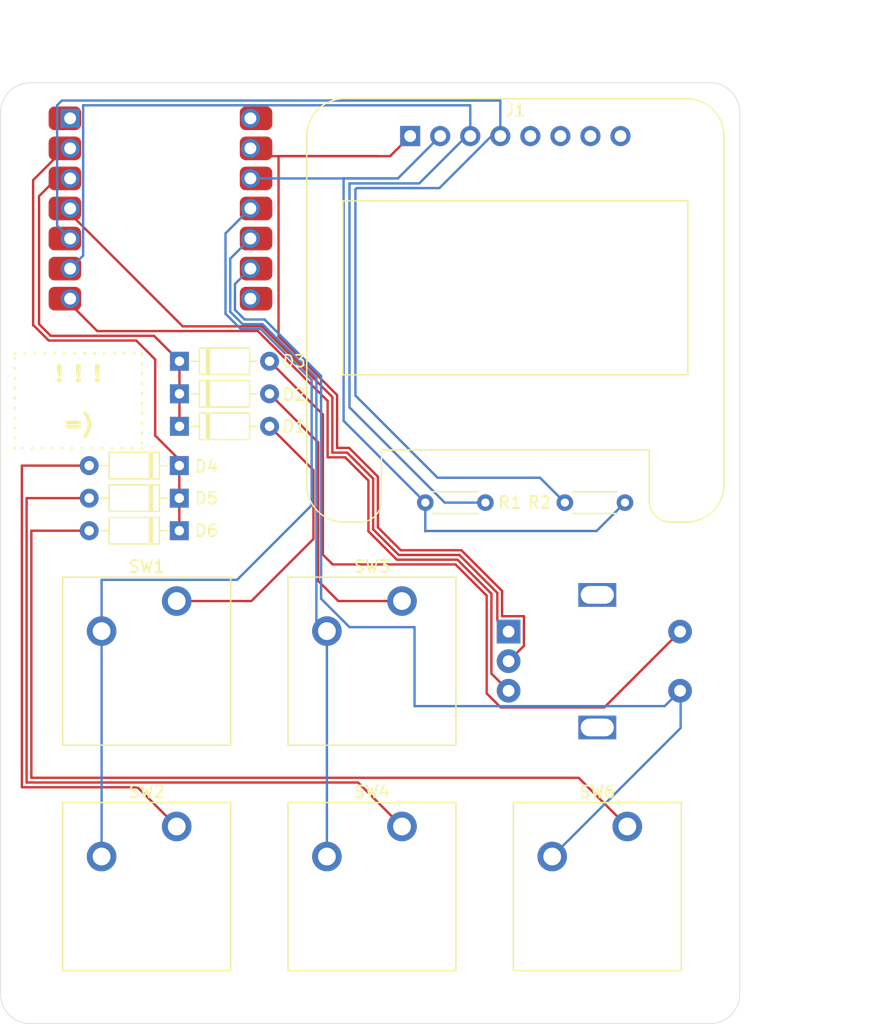
<source format=kicad_pcb>
(kicad_pcb (version 20240108) (generator "pcbnew") (generator_version "8.0")
  (layers (0 "F.Cu" signal) (31 "B.Cu" signal) (34 "B.Paste" user) (35 "F.Paste" user) (36 "B.SilkS" user "B.Silkscreen") (37 "F.SilkS" user "F.Silkscreen") (38 "B.Mask" user) (39 "F.Mask" user) (44 "Edge.Cuts" user))
  (net 0 "")
  (net 1 "GND")
  (net 2 "R1_G")
  (net 3 "ROW0")
  (net 4 "Net-(D1-A)")
  (net 5 "Net-(D2-A)")
  (net 6 "ROW1")
  (net 7 "Net-(D4-A)")
  (net 8 "Net-(D5-A)")
  (net 9 "Net-(D6-A)")
  (net 10 "R1_A")
  (net 11 "+3.3V")
  (net 12 "SCL")
  (net 13 "SDA")
  (net 14 "COL0")
  (net 15 "COL1")
  (net 16 "COL2")
  (net 17 "R1_B")
  (net 18 "+5V")
  (net 19 "ROW2")
  (footprint "Diode_THT:D_DO-35_SOD27_P7.62mm_Horizontal" (layer "F.Cu") (at 108.16 88.225 180)
    (property "Reference" "D5" (at -2.29 0 0) (layer "F.SilkS"))
    (property "Value" "1N4148")
    (fp_line (start 6.58 0) (end 5.93 0) (stroke (width 0.12)) (layer "F.SilkS"))
    (fp_line (start 5.93 1.12) (end 5.93 -1.12) (stroke (width 0.12)) (layer "F.SilkS"))
    (fp_line (start 5.93 -1.12) (end 1.69 -1.12) (stroke (width 0.12)) (layer "F.SilkS"))
    (fp_line (start 2.53 -1.12) (end 2.53 1.12) (stroke (width 0.12)) (layer "F.SilkS"))
    (fp_line (start 2.41 -1.12) (end 2.41 1.12) (stroke (width 0.12)) (layer "F.SilkS"))
    (fp_line (start 2.29 -1.12) (end 2.29 1.12) (stroke (width 0.12)) (layer "F.SilkS"))
    (fp_line (start 1.69 1.12) (end 5.93 1.12) (stroke (width 0.12)) (layer "F.SilkS"))
    (fp_line (start 1.69 -1.12) (end 1.69 1.12) (stroke (width 0.12)) (layer "F.SilkS"))
    (fp_line (start 1.04 0) (end 1.69 0) (stroke (width 0.12)) (layer "F.SilkS"))
    (pad "1" thru_hole rect (at 0 0 180) (size 1.6 1.6) (drill 0.8) (layers "*.Cu" "*.Mask") (net 6 "ROW1"))
    (pad "2" thru_hole oval (at 7.62 0 180) (size 1.6 1.6) (drill 0.8) (layers "*.Cu" "*.Mask") (net 8 "Net-(D5-A)"))
  )
  (footprint "ScottoKeebs_MX:MX_PCB_1.00u" (layer "F.Cu") (at 124.45 102)
    (property "Reference" "SW3" (at 0 -8 0) (layer "F.SilkS"))
    (property "Value" "MX")
    (fp_line (start -7.1 -7.1) (end -7.1 7.1) (stroke (width 0.12)) (layer "F.SilkS"))
    (fp_line (start -7.1 7.1) (end 7.1 7.1) (stroke (width 0.12)) (layer "F.SilkS"))
    (fp_line (start 7.1 -7.1) (end -7.1 -7.1) (stroke (width 0.12)) (layer "F.SilkS"))
    (fp_line (start 7.1 7.1) (end 7.1 -7.1) (stroke (width 0.12)) (layer "F.SilkS"))
    (pad "" np_thru_hole circle (at -5.08 0) (size 1.75 1.75) (drill 1.75) (layers "*.Cu" "*.Mask"))
    (pad "" np_thru_hole circle (at 0 0) (size 4 4) (drill 4) (layers "*.Cu" "*.Mask"))
    (pad "" np_thru_hole circle (at 5.08 0) (size 1.75 1.75) (drill 1.75) (layers "*.Cu" "*.Mask"))
    (pad "1" thru_hole circle (at -3.81 -2.54) (size 2.5 2.5) (drill 1.5) (layers "*.Cu" "*.Mask") (net 15 "COL1"))
    (pad "2" thru_hole circle (at 2.54 -5.08) (size 2.5 2.5) (drill 1.5) (layers "*.Cu" "*.Mask") (net 5 "Net-(D2-A)"))
  )
  (footprint "ScottoKeebs_MX:MX_PCB_1.00u" (layer "F.Cu") (at 143.5 121.05)
    (property "Reference" "SW6" (at 0 -8 0) (layer "F.SilkS"))
    (property "Value" "MX")
    (fp_line (start -7.1 -7.1) (end -7.1 7.1) (stroke (width 0.12)) (layer "F.SilkS"))
    (fp_line (start -7.1 7.1) (end 7.1 7.1) (stroke (width 0.12)) (layer "F.SilkS"))
    (fp_line (start 7.1 -7.1) (end -7.1 -7.1) (stroke (width 0.12)) (layer "F.SilkS"))
    (fp_line (start 7.1 7.1) (end 7.1 -7.1) (stroke (width 0.12)) (layer "F.SilkS"))
    (pad "" np_thru_hole circle (at -5.08 0) (size 1.75 1.75) (drill 1.75) (layers "*.Cu" "*.Mask"))
    (pad "" np_thru_hole circle (at 0 0) (size 4 4) (drill 4) (layers "*.Cu" "*.Mask"))
    (pad "" np_thru_hole circle (at 5.08 0) (size 1.75 1.75) (drill 1.75) (layers "*.Cu" "*.Mask"))
    (pad "1" thru_hole circle (at -3.81 -2.54) (size 2.5 2.5) (drill 1.5) (layers "*.Cu" "*.Mask") (net 16 "COL2"))
    (pad "2" thru_hole circle (at 2.54 -5.08) (size 2.5 2.5) (drill 1.5) (layers "*.Cu" "*.Mask") (net 9 "Net-(D6-A)"))
  )
  (footprint "Resistor_THT:R_Axial_DIN0204_L3.6mm_D1.6mm_P5.08mm_Horizontal" (layer "F.Cu") (at 134.04 88.6 180)
    (property "Reference" "R1" (at -2.06 0 0) (layer "F.SilkS"))
    (property "Value" "4.7k")
    (fp_line (start 0.62 0.92) (end 4.46 0.92) (stroke (width 0.12)) (layer "F.SilkS"))
    (fp_line (start 0.62 -0.92) (end 4.46 -0.92) (stroke (width 0.12)) (layer "F.SilkS"))
    (pad "1" thru_hole circle (at 0 0 180) (size 1.4 1.4) (drill 0.7) (layers "*.Cu" "*.Mask") (net 12 "SCL"))
    (pad "2" thru_hole oval (at 5.08 0 180) (size 1.4 1.4) (drill 0.7) (layers "*.Cu" "*.Mask") (net 11 "+3.3V"))
  )
  (footprint "ScottoKeebs_MCU:Seeed_XIAO_RP2040" (layer "F.Cu") (at 106.55 63.745)
    (property "Reference" "U1" (hide yes))
    (property "Value" "MCU_Seeed_XIAO_RP2040")
    (pad "1" smd roundrect (at -8.065 -7.62) (size 2.75 2) (layers "F.Cu" "F.Paste" "F.Mask") (net 19 "ROW2"))
    (pad "1" thru_hole rect (at -7.62 -7.62 90) (size 1.6 1.6) (drill 1) (layers "*.Cu" "*.Mask") (net 19 "ROW2"))
    (pad "2" smd roundrect (at -8.065 -5.08) (size 2.75 2) (layers "F.Cu" "F.Paste" "F.Mask") (net 6 "ROW1"))
    (pad "2" thru_hole circle (at -7.62 -5.08 90) (size 1.6 1.6) (drill 1) (layers "*.Cu" "*.Mask") (net 6 "ROW1"))
    (pad "3" smd roundrect (at -8.065 -2.54) (size 2.75 2) (layers "F.Cu" "F.Paste" "F.Mask") (net 3 "ROW0"))
    (pad "3" thru_hole circle (at -7.62 -2.54 90) (size 1.6 1.6) (drill 1) (layers "*.Cu" "*.Mask") (net 3 "ROW0"))
    (pad "4" smd roundrect (at -8.065 0) (size 2.75 2) (layers "F.Cu" "F.Paste" "F.Mask") (net 10 "R1_A"))
    (pad "4" thru_hole circle (at -7.62 0 90) (size 1.6 1.6) (drill 1) (layers "*.Cu" "*.Mask") (net 10 "R1_A"))
    (pad "5" smd roundrect (at -8.065 2.54) (size 2.75 2) (layers "F.Cu" "F.Paste" "F.Mask") (net 13 "SDA"))
    (pad "5" thru_hole circle (at -7.62 2.54 90) (size 1.6 1.6) (drill 1) (layers "*.Cu" "*.Mask") (net 13 "SDA"))
    (pad "6" smd roundrect (at -8.065 5.08) (size 2.75 2) (layers "F.Cu" "F.Paste" "F.Mask") (net 12 "SCL"))
    (pad "6" thru_hole circle (at -7.62 5.08 90) (size 1.6 1.6) (drill 1) (layers "*.Cu" "*.Mask") (net 12 "SCL"))
    (pad "7" smd roundrect (at -8.065 7.62) (size 2.75 2) (layers "F.Cu" "F.Paste" "F.Mask") (net 17 "R1_B"))
    (pad "7" thru_hole circle (at -7.62 7.62 90) (size 1.6 1.6) (drill 1) (layers "*.Cu" "*.Mask") (net 17 "R1_B"))
    (pad "8" thru_hole circle (at 7.62 7.62 90) (size 1.6 1.6) (drill 1) (layers "*.Cu" "*.Mask"))
    (pad "8" smd roundrect (at 8.1 7.62) (size 2.75 2) (layers "F.Cu" "F.Paste" "F.Mask"))
    (pad "9" thru_hole circle (at 7.62 5.08 90) (size 1.6 1.6) (drill 1) (layers "*.Cu" "*.Mask") (net 16 "COL2"))
    (pad "9" smd roundrect (at 8.1 5.08) (size 2.75 2) (layers "F.Cu" "F.Paste" "F.Mask") (net 16 "COL2"))
    (pad "10" thru_hole circle (at 7.62 2.54 90) (size 1.6 1.6) (drill 1) (layers "*.Cu" "*.Mask") (net 15 "COL1"))
    (pad "10" smd roundrect (at 8.1 2.54) (size 2.75 2) (layers "F.Cu" "F.Paste" "F.Mask") (net 15 "COL1"))
    (pad "11" thru_hole circle (at 7.62 0 90) (size 1.6 1.6) (drill 1) (layers "*.Cu" "*.Mask") (net 14 "COL0"))
    (pad "11" smd roundrect (at 8.1 0) (size 2.75 2) (layers "F.Cu" "F.Paste" "F.Mask") (net 14 "COL0"))
    (pad "12" thru_hole circle (at 7.62 -2.54 90) (size 1.6 1.6) (drill 1) (layers "*.Cu" "*.Mask") (net 11 "+3.3V"))
    (pad "12" smd roundrect (at 8.1 -2.54) (size 2.75 2) (layers "F.Cu" "F.Paste" "F.Mask") (net 11 "+3.3V"))
    (pad "13" thru_hole circle (at 7.62 -5.08 90) (size 1.6 1.6) (drill 1) (layers "*.Cu" "*.Mask") (net 1 "GND"))
    (pad "13" smd roundrect (at 8.1 -5.08) (size 2.75 2) (layers "F.Cu" "F.Paste" "F.Mask") (net 1 "GND"))
    (pad "14" thru_hole circle (at 7.62 -7.62 90) (size 1.6 1.6) (drill 1) (layers "*.Cu" "*.Mask") (net 18 "+5V"))
    (pad "14" smd roundrect (at 8.1 -7.62) (size 2.75 2) (layers "F.Cu" "F.Paste" "F.Mask") (net 18 "+5V"))
  )
  (footprint "Display:Adafruit_SSD1306" (layer "F.Cu") (at 127.682 57.625)
    (property "Reference" "J1" (at 8.88875 -2.18 0) (layer "F.SilkS"))
    (property "Value" "0.96\" OLED Display")
    (fp_line (start -8.746 0) (end -8.746 29.464) (stroke (width 0.12)) (layer "F.SilkS"))
    (fp_line (start -5.698 5.478) (end -5.698 20.176) (stroke (width 0.12)) (layer "F.SilkS"))
    (fp_line (start -5.698 5.478) (end 23.478 5.478) (stroke (width 0.12)) (layer "F.SilkS"))
    (fp_line (start -5.698 20.176) (end 23.478 20.176) (stroke (width 0.12)) (layer "F.SilkS"))
    (fp_line (start -4.238 32.622) (end -5.59 32.622) (stroke (width 0.12)) (layer "F.SilkS"))
    (fp_line (start -2.43 26.526) (end -2.43 30.814) (stroke (width 0.12)) (layer "F.SilkS"))
    (fp_line (start -2.43 26.526) (end 20.21 26.526) (stroke (width 0.12)) (layer "F.SilkS"))
    (fp_line (start 20.21 26.526) (end 20.21 30.814) (stroke (width 0.12)) (layer "F.SilkS"))
    (fp_line (start 22.018 32.622) (end 23.37 32.622) (stroke (width 0.12)) (layer "F.SilkS"))
    (fp_line (start 23.368 -3.158) (end -5.588 -3.158) (stroke (width 0.12)) (layer "F.SilkS"))
    (fp_line (start 23.478 5.478) (end 23.478 20.176) (stroke (width 0.12)) (layer "F.SilkS"))
    (fp_line (start 26.526 0) (end 26.526 29.464) (stroke (width 0.12)) (layer "F.SilkS"))
    (fp_arc (start -8.746 0) (mid -7.821043 -2.233043) (end -5.588 -3.158) (stroke (width 0.12)) (layer "F.SilkS"))
    (fp_arc (start -5.588 32.622) (mid -7.821043 31.697043) (end -8.746 29.464) (stroke (width 0.12)) (layer "F.SilkS"))
    (fp_arc (start -2.43 30.812) (mid -2.958137 32.091035) (end -4.236 32.622) (stroke (width 0.12)) (layer "F.SilkS"))
    (fp_arc (start 22.016 32.622) (mid 20.738137 32.091035) (end 20.21 30.812) (stroke (width 0.12)) (layer "F.SilkS"))
    (fp_arc (start 23.368 -3.158) (mid 25.601043 -2.233043) (end 26.526 0) (stroke (width 0.12)) (layer "F.SilkS"))
    (fp_arc (start 26.526 29.464) (mid 25.601043 31.697043) (end 23.368 32.622) (stroke (width 0.12)) (layer "F.SilkS"))
    (pad "" np_thru_hole circle (at -5.588 0) (size 2.7 2.7) (drill 2.7) (layers "*.Cu" "*.Mask"))
    (pad "" np_thru_hole circle (at -5.588 29.464) (size 2.7 2.7) (drill 2.7) (layers "*.Cu" "*.Mask"))
    (pad "" np_thru_hole circle (at 23.368 0) (size 2.7 2.7) (drill 2.7) (layers "*.Cu" "*.Mask"))
    (pad "" np_thru_hole circle (at 23.368 29.464) (size 2.7 2.7) (drill 2.7) (layers "*.Cu" "*.Mask"))
    (pad "1" thru_hole rect (at 0 0) (size 1.7 1.7) (drill 1) (layers "*.Cu" "*.Mask") (net 1 "GND"))
    (pad "2" thru_hole circle (at 2.54 0) (size 1.7 1.7) (drill 1) (layers "*.Cu" "*.Mask") (net 11 "+3.3V"))
    (pad "3" thru_hole circle (at 5.08 0) (size 1.7 1.7) (drill 1) (layers "*.Cu" "*.Mask") (net 12 "SCL"))
    (pad "4" thru_hole circle (at 7.62 0) (size 1.7 1.7) (drill 1) (layers "*.Cu" "*.Mask") (net 13 "SDA"))
    (pad "5" thru_hole circle (at 10.16 0) (size 1.7 1.7) (drill 1) (layers "*.Cu" "*.Mask"))
    (pad "6" thru_hole circle (at 12.7 0) (size 1.7 1.7) (drill 1) (layers "*.Cu" "*.Mask"))
    (pad "7" thru_hole circle (at 15.24 0) (size 1.7 1.7) (drill 1) (layers "*.Cu" "*.Mask"))
    (pad "8" thru_hole circle (at 17.78 0) (size 1.7 1.7) (drill 1) (layers "*.Cu" "*.Mask"))
  )
  (footprint "Diode_THT:D_DO-35_SOD27_P7.62mm_Horizontal" (layer "F.Cu") (at 108.172222 76.655)
    (property "Reference" "D3" (at 9.7 0 0) (layer "F.SilkS"))
    (property "Value" "1N4148")
    (fp_line (start 1.04 0) (end 1.69 0) (stroke (width 0.12)) (layer "F.SilkS"))
    (fp_line (start 1.69 -1.12) (end 1.69 1.12) (stroke (width 0.12)) (layer "F.SilkS"))
    (fp_line (start 1.69 1.12) (end 5.93 1.12) (stroke (width 0.12)) (layer "F.SilkS"))
    (fp_line (start 2.29 -1.12) (end 2.29 1.12) (stroke (width 0.12)) (layer "F.SilkS"))
    (fp_line (start 2.41 -1.12) (end 2.41 1.12) (stroke (width 0.12)) (layer "F.SilkS"))
    (fp_line (start 2.53 -1.12) (end 2.53 1.12) (stroke (width 0.12)) (layer "F.SilkS"))
    (fp_line (start 5.93 -1.12) (end 1.69 -1.12) (stroke (width 0.12)) (layer "F.SilkS"))
    (fp_line (start 5.93 1.12) (end 5.93 -1.12) (stroke (width 0.12)) (layer "F.SilkS"))
    (fp_line (start 6.58 0) (end 5.93 0) (stroke (width 0.12)) (layer "F.SilkS"))
    (pad "1" thru_hole rect (at 0 0) (size 1.6 1.6) (drill 0.8) (layers "*.Cu" "*.Mask") (net 3 "ROW0"))
    (pad "2" thru_hole oval (at 7.62 0) (size 1.6 1.6) (drill 0.8) (layers "*.Cu" "*.Mask") (net 2 "R1_G"))
  )
  (footprint "Diode_THT:D_DO-35_SOD27_P7.62mm_Horizontal" (layer "F.Cu") (at 108.172222 79.405)
    (property "Reference" "D2" (at 9.7 0.077776 0) (layer "F.SilkS"))
    (property "Value" "1N4148")
    (fp_line (start 1.04 0) (end 1.69 0) (stroke (width 0.12)) (layer "F.SilkS"))
    (fp_line (start 1.69 -1.12) (end 1.69 1.12) (stroke (width 0.12)) (layer "F.SilkS"))
    (fp_line (start 1.69 1.12) (end 5.93 1.12) (stroke (width 0.12)) (layer "F.SilkS"))
    (fp_line (start 2.29 -1.12) (end 2.29 1.12) (stroke (width 0.12)) (layer "F.SilkS"))
    (fp_line (start 2.41 -1.12) (end 2.41 1.12) (stroke (width 0.12)) (layer "F.SilkS"))
    (fp_line (start 2.53 -1.12) (end 2.53 1.12) (stroke (width 0.12)) (layer "F.SilkS"))
    (fp_line (start 5.93 -1.12) (end 1.69 -1.12) (stroke (width 0.12)) (layer "F.SilkS"))
    (fp_line (start 5.93 1.12) (end 5.93 -1.12) (stroke (width 0.12)) (layer "F.SilkS"))
    (fp_line (start 6.58 0) (end 5.93 0) (stroke (width 0.12)) (layer "F.SilkS"))
    (pad "1" thru_hole rect (at 0 0) (size 1.6 1.6) (drill 0.8) (layers "*.Cu" "*.Mask") (net 3 "ROW0"))
    (pad "2" thru_hole oval (at 7.62 0) (size 1.6 1.6) (drill 0.8) (layers "*.Cu" "*.Mask") (net 5 "Net-(D2-A)"))
  )
  (footprint "Diode_THT:D_DO-35_SOD27_P7.62mm_Horizontal" (layer "F.Cu") (at 108.172222 82.155)
    (property "Reference" "D1" (at 9.7 0 0) (layer "F.SilkS"))
    (property "Value" "1N4148")
    (fp_line (start 1.04 0) (end 1.69 0) (stroke (width 0.12)) (layer "F.SilkS"))
    (fp_line (start 1.69 -1.12) (end 1.69 1.12) (stroke (width 0.12)) (layer "F.SilkS"))
    (fp_line (start 1.69 1.12) (end 5.93 1.12) (stroke (width 0.12)) (layer "F.SilkS"))
    (fp_line (start 2.29 -1.12) (end 2.29 1.12) (stroke (width 0.12)) (layer "F.SilkS"))
    (fp_line (start 2.41 -1.12) (end 2.41 1.12) (stroke (width 0.12)) (layer "F.SilkS"))
    (fp_line (start 2.53 -1.12) (end 2.53 1.12) (stroke (width 0.12)) (layer "F.SilkS"))
    (fp_line (start 5.93 -1.12) (end 1.69 -1.12) (stroke (width 0.12)) (layer "F.SilkS"))
    (fp_line (start 5.93 1.12) (end 5.93 -1.12) (stroke (width 0.12)) (layer "F.SilkS"))
    (fp_line (start 6.58 0) (end 5.93 0) (stroke (width 0.12)) (layer "F.SilkS"))
    (pad "1" thru_hole rect (at 0 0) (size 1.6 1.6) (drill 0.8) (layers "*.Cu" "*.Mask") (net 3 "ROW0"))
    (pad "2" thru_hole oval (at 7.62 0) (size 1.6 1.6) (drill 0.8) (layers "*.Cu" "*.Mask") (net 4 "Net-(D1-A)"))
  )
  (footprint "MountingHole:MountingHole_3.2mm_M3" (layer "F.Cu") (at 115.05 87.375)
    (property "Reference" "REF**" (hide yes))
    (property "Value" "MountingHole_3.2mm_M3")
    (pad "" np_thru_hole circle (at 0 0) (size 3.2 3.2) (drill 3.2) (layers "F&B.Cu" "*.Mask"))
  )
  (footprint "ScottoKeebs_Scotto:Encoder_EC11_MX" (layer "F.Cu") (at 143.5 102)
    (property "Reference" "SW7" (hide yes))
    (property "Value" "RotaryEncoder_Switch" (hide yes))
    (pad "A" thru_hole rect (at -7.5 -2.5) (size 2 2) (drill 1) (layers "*.Cu" "*.Mask") (net 10 "R1_A"))
    (pad "B" thru_hole circle (at -7.5 2.5) (size 2 2) (drill 1) (layers "*.Cu" "*.Mask") (net 17 "R1_B"))
    (pad "C" thru_hole circle (at -7.5 0) (size 2 2) (drill 1) (layers "*.Cu" "*.Mask") (net 1 "GND"))
    (pad "MP" thru_hole rect (at 0 -5.6) (size 3.2 2) (drill oval 2.8 1.5) (layers "*.Cu" "*.Mask"))
    (pad "MP" thru_hole rect (at 0 5.6) (size 3.2 2) (drill oval 2.8 1.5) (layers "*.Cu" "*.Mask"))
    (pad "S1" thru_hole circle (at 7 2.5) (size 2 2) (drill 1) (layers "*.Cu" "*.Mask") (net 16 "COL2"))
    (pad "S2" thru_hole circle (at 7 -2.5) (size 2 2) (drill 1) (layers "*.Cu" "*.Mask") (net 2 "R1_G"))
  )
  (footprint "Resistor_THT:R_Axial_DIN0204_L3.6mm_D1.6mm_P5.08mm_Horizontal" (layer "F.Cu") (at 140.76 88.6)
    (property "Reference" "R2" (at -2.16 0 0) (layer "F.SilkS"))
    (property "Value" "4.7k")
    (fp_line (start 0.62 -0.92) (end 4.46 -0.92) (stroke (width 0.12)) (layer "F.SilkS"))
    (fp_line (start 0.62 0.92) (end 4.46 0.92) (stroke (width 0.12)) (layer "F.SilkS"))
    (pad "1" thru_hole circle (at 0 0) (size 1.4 1.4) (drill 0.7) (layers "*.Cu" "*.Mask") (net 13 "SDA"))
    (pad "2" thru_hole oval (at 5.08 0) (size 1.4 1.4) (drill 0.7) (layers "*.Cu" "*.Mask") (net 11 "+3.3V"))
  )
  (footprint "Diode_THT:D_DO-35_SOD27_P7.62mm_Horizontal" (layer "F.Cu") (at 108.16 85.475 180)
    (property "Reference" "D4" (at -2.29 -0.066668 0) (layer "F.SilkS"))
    (property "Value" "1N4148")
    (fp_line (start 6.58 0) (end 5.93 0) (stroke (width 0.12)) (layer "F.SilkS"))
    (fp_line (start 5.93 1.12) (end 5.93 -1.12) (stroke (width 0.12)) (layer "F.SilkS"))
    (fp_line (start 5.93 -1.12) (end 1.69 -1.12) (stroke (width 0.12)) (layer "F.SilkS"))
    (fp_line (start 2.53 -1.12) (end 2.53 1.12) (stroke (width 0.12)) (layer "F.SilkS"))
    (fp_line (start 2.41 -1.12) (end 2.41 1.12) (stroke (width 0.12)) (layer "F.SilkS"))
    (fp_line (start 2.29 -1.12) (end 2.29 1.12) (stroke (width 0.12)) (layer "F.SilkS"))
    (fp_line (start 1.69 1.12) (end 5.93 1.12) (stroke (width 0.12)) (layer "F.SilkS"))
    (fp_line (start 1.69 -1.12) (end 1.69 1.12) (stroke (width 0.12)) (layer "F.SilkS"))
    (fp_line (start 1.04 0) (end 1.69 0) (stroke (width 0.12)) (layer "F.SilkS"))
    (pad "1" thru_hole rect (at 0 0 180) (size 1.6 1.6) (drill 0.8) (layers "*.Cu" "*.Mask") (net 6 "ROW1"))
    (pad "2" thru_hole oval (at 7.62 0 180) (size 1.6 1.6) (drill 0.8) (layers "*.Cu" "*.Mask") (net 7 "Net-(D4-A)"))
  )
  (footprint "Diode_THT:D_DO-35_SOD27_P7.62mm_Horizontal" (layer "F.Cu") (at 108.16 90.975 180)
    (property "Reference" "D6" (at -2.29 0 0) (layer "F.SilkS"))
    (property "Value" "1N4148")
    (fp_line (start 6.58 0) (end 5.93 0) (stroke (width 0.12)) (layer "F.SilkS"))
    (fp_line (start 5.93 1.12) (end 5.93 -1.12) (stroke (width 0.12)) (layer "F.SilkS"))
    (fp_line (start 5.93 -1.12) (end 1.69 -1.12) (stroke (width 0.12)) (layer "F.SilkS"))
    (fp_line (start 2.53 -1.12) (end 2.53 1.12) (stroke (width 0.12)) (layer "F.SilkS"))
    (fp_line (start 2.41 -1.12) (end 2.41 1.12) (stroke (width 0.12)) (layer "F.SilkS"))
    (fp_line (start 2.29 -1.12) (end 2.29 1.12) (stroke (width 0.12)) (layer "F.SilkS"))
    (fp_line (start 1.69 1.12) (end 5.93 1.12) (stroke (width 0.12)) (layer "F.SilkS"))
    (fp_line (start 1.69 -1.12) (end 1.69 1.12) (stroke (width 0.12)) (layer "F.SilkS"))
    (fp_line (start 1.04 0) (end 1.69 0) (stroke (width 0.12)) (layer "F.SilkS"))
    (pad "1" thru_hole rect (at 0 0 180) (size 1.6 1.6) (drill 0.8) (layers "*.Cu" "*.Mask") (net 6 "ROW1"))
    (pad "2" thru_hole oval (at 7.62 0 180) (size 1.6 1.6) (drill 0.8) (layers "*.Cu" "*.Mask") (net 9 "Net-(D6-A)"))
  )
  (footprint "ScottoKeebs_MX:MX_PCB_1.00u" (layer "F.Cu") (at 105.4 121.05)
    (property "Reference" "SW2" (at 0 -8 0) (layer "F.SilkS"))
    (property "Value" "MX")
    (fp_line (start -7.1 -7.1) (end -7.1 7.1) (stroke (width 0.12)) (layer "F.SilkS"))
    (fp_line (start -7.1 7.1) (end 7.1 7.1) (stroke (width 0.12)) (layer "F.SilkS"))
    (fp_line (start 7.1 -7.1) (end -7.1 -7.1) (stroke (width 0.12)) (layer "F.SilkS"))
    (fp_line (start 7.1 7.1) (end 7.1 -7.1) (stroke (width 0.12)) (layer "F.SilkS"))
    (pad "" np_thru_hole circle (at -5.08 0) (size 1.75 1.75) (drill 1.75) (layers "*.Cu" "*.Mask"))
    (pad "" np_thru_hole circle (at 0 0) (size 4 4) (drill 4) (layers "*.Cu" "*.Mask"))
    (pad "" np_thru_hole circle (at 5.08 0) (size 1.75 1.75) (drill 1.75) (layers "*.Cu" "*.Mask"))
    (pad "1" thru_hole circle (at -3.81 -2.54) (size 2.5 2.5) (drill 1.5) (layers "*.Cu" "*.Mask") (net 14 "COL0"))
    (pad "2" thru_hole circle (at 2.54 -5.08) (size 2.5 2.5) (drill 1.5) (layers "*.Cu" "*.Mask") (net 7 "Net-(D4-A)"))
  )
  (footprint "ScottoKeebs_MX:MX_PCB_1.00u" (layer "F.Cu") (at 105.4 102)
    (property "Reference" "SW1" (at 0 -8 0) (layer "F.SilkS"))
    (property "Value" "MX")
    (fp_line (start -7.1 -7.1) (end -7.1 7.1) (stroke (width 0.12)) (layer "F.SilkS"))
    (fp_line (start -7.1 7.1) (end 7.1 7.1) (stroke (width 0.12)) (layer "F.SilkS"))
    (fp_line (start 7.1 -7.1) (end -7.1 -7.1) (stroke (width 0.12)) (layer "F.SilkS"))
    (fp_line (start 7.1 7.1) (end 7.1 -7.1) (stroke (width 0.12)) (layer "F.SilkS"))
    (pad "" np_thru_hole circle (at -5.08 0) (size 1.75 1.75) (drill 1.75) (layers "*.Cu" "*.Mask"))
    (pad "" np_thru_hole circle (at 0 0) (size 4 4) (drill 4) (layers "*.Cu" "*.Mask"))
    (pad "" np_thru_hole circle (at 5.08 0) (size 1.75 1.75) (drill 1.75) (layers "*.Cu" "*.Mask"))
    (pad "1" thru_hole circle (at -3.81 -2.54) (size 2.5 2.5) (drill 1.5) (layers "*.Cu" "*.Mask") (net 14 "COL0"))
    (pad "2" thru_hole circle (at 2.54 -5.08) (size 2.5 2.5) (drill 1.5) (layers "*.Cu" "*.Mask") (net 4 "Net-(D1-A)"))
  )
  (footprint "ScottoKeebs_MX:MX_PCB_1.00u" (layer "F.Cu") (at 124.45 121.05)
    (property "Reference" "SW4" (at 0 -8 0) (layer "F.SilkS"))
    (property "Value" "MX")
    (fp_line (start -7.1 -7.1) (end -7.1 7.1) (stroke (width 0.12)) (layer "F.SilkS"))
    (fp_line (start -7.1 7.1) (end 7.1 7.1) (stroke (width 0.12)) (layer "F.SilkS"))
    (fp_line (start 7.1 -7.1) (end -7.1 -7.1) (stroke (width 0.12)) (layer "F.SilkS"))
    (fp_line (start 7.1 7.1) (end 7.1 -7.1) (stroke (width 0.12)) (layer "F.SilkS"))
    (pad "" np_thru_hole circle (at -5.08 0) (size 1.75 1.75) (drill 1.75) (layers "*.Cu" "*.Mask"))
    (pad "" np_thru_hole circle (at 0 0) (size 4 4) (drill 4) (layers "*.Cu" "*.Mask"))
    (pad "" np_thru_hole circle (at 5.08 0) (size 1.75 1.75) (drill 1.75) (layers "*.Cu" "*.Mask"))
    (pad "1" thru_hole circle (at -3.81 -2.54) (size 2.5 2.5) (drill 1.5) (layers "*.Cu" "*.Mask") (net 15 "COL1"))
    (pad "2" thru_hole circle (at 2.54 -5.08) (size 2.5 2.5) (drill 1.5) (layers "*.Cu" "*.Mask") (net 8 "Net-(D5-A)"))
  )
  (gr_line (start 93.05 130.125) (end 93.05 55.625) (stroke (width 0.05)) (layer "Edge.Cuts"))
  (gr_arc (start 153.05 53.125) (mid 154.817767 53.857233) (end 155.55 55.625) (stroke (width 0.05)) (layer "Edge.Cuts"))
  (gr_line (start 95.55 53.125) (end 153.05 53.125) (stroke (width 0.05)) (layer "Edge.Cuts"))
  (gr_line (start 153.05 132.625) (end 95.55 132.625) (stroke (width 0.05)) (layer "Edge.Cuts"))
  (gr_arc (start 95.55 132.625) (mid 93.782233 131.892767) (end 93.05 130.125) (stroke (width 0.05)) (layer "Edge.Cuts"))
  (gr_arc (start 155.55 130.125) (mid 154.817767 131.892767) (end 153.05 132.625) (stroke (width 0.05)) (layer "Edge.Cuts"))
  (gr_line (start 155.55 130.125) (end 155.55 55.625) (stroke (width 0.05)) (layer "Edge.Cuts"))
  (gr_arc (start 93.05 55.625) (mid 93.782233 53.857233) (end 95.55 53.125) (stroke (width 0.05)) (layer "Edge.Cuts"))
  (gr_text_box "! ! !\n\n=)" (start 94.25 76) (end 105 84) (layer "F.SilkS") (effects (font (size 1.3 1.3) (thickness 0.3) (bold yes)) (justify top)) (border yes) (stroke (width 0.2) (type dot)))
  (segment (start 115.31 59.325) (end 124.95 59.325) (width 0.2) (layer "F.Cu") (net 1))
  (segment (start 124.95 59.325) (end 125.982 59.325) (width 0.2) (layer "F.Cu") (net 1))
  (segment (start 125.982 59.325) (end 127.682 57.625) (width 0.2) (layer "F.Cu") (net 1))
  (segment (start 121.5 83.975) (end 121.5 79.509314) (width 0.2) (layer "F.Cu") (net 1))
  (segment (start 137.3 100.7) (end 137.3 98.2) (width 0.2) (layer "F.Cu") (net 1))
  (segment (start 116.55 59.325) (end 124.95 59.325) (width 0.2) (layer "F.Cu") (net 1))
  (segment (start 135.45 96.06572) (end 132.00928 92.625) (width 0.2) (layer "F.Cu") (net 1))
  (segment (start 122.515535 83.975) (end 121.5 83.975) (width 0.2) (layer "F.Cu") (net 1))
  (segment (start 137.3 98.2) (end 135.45 98.2) (width 0.2) (layer "F.Cu") (net 1))
  (segment (start 116.55 74.559314) (end 116.55 59.325) (width 0.2) (layer "F.Cu") (net 1))
  (segment (start 124.95 90.693628) (end 124.95 86.409465) (width 0.2) (layer "F.Cu") (net 1))
  (segment (start 126.881372 92.625) (end 124.95 90.693628) (width 0.2) (layer "F.Cu") (net 1))
  (segment (start 124.95 86.409465) (end 122.515535 83.975) (width 0.2) (layer "F.Cu") (net 1))
  (segment (start 135.45 98.2) (end 135.45 96.06572) (width 0.2) (layer "F.Cu") (net 1))
  (segment (start 136 102) (end 137.3 100.7) (width 0.2) (layer "F.Cu") (net 1))
  (segment (start 121.5 79.509314) (end 116.55 74.559314) (width 0.2) (layer "F.Cu") (net 1))
  (segment (start 132.00928 92.625) (end 126.881372 92.625) (width 0.2) (layer "F.Cu") (net 1))
  (segment (start 114.65 58.665) (end 115.31 59.325) (width 0.2) (layer "F.Cu") (net 1))
  (segment (start 120.3 93) (end 121.125 93.825) (width 0.2) (layer "F.Cu") (net 2))
  (segment (start 131.512222 93.825) (end 134.15 96.462778) (width 0.2) (layer "F.Cu") (net 2))
  (segment (start 115.792222 76.655) (end 120.3 81.162778) (width 0.2) (layer "F.Cu") (net 2))
  (segment (start 144.095 105.905) (end 150.5 99.5) (width 0.2) (layer "F.Cu") (net 2))
  (segment (start 121.125 93.825) (end 131.512222 93.825) (width 0.2) (layer "F.Cu") (net 2))
  (segment (start 134.15 96.462778) (end 134.15 104.725) (width 0.2) (layer "F.Cu") (net 2))
  (segment (start 135.33 105.905) (end 144.095 105.905) (width 0.2) (layer "F.Cu") (net 2))
  (segment (start 120.3 81.162778) (end 120.3 93) (width 0.2) (layer "F.Cu") (net 2))
  (segment (start 134.15 104.725) (end 135.33 105.905) (width 0.2) (layer "F.Cu") (net 2))
  (segment (start 96.3 73.517092) (end 96.3 62.70363) (width 0.2) (layer "F.Cu") (net 3))
  (segment (start 108.172222 79.405) (end 108.172222 76.655) (width 0.2) (layer "F.Cu") (net 3))
  (segment (start 108.172222 82.155) (end 108.172222 79.405) (width 0.2) (layer "F.Cu") (net 3))
  (segment (start 108.172222 76.655) (end 106.022222 74.505) (width 0.2) (layer "F.Cu") (net 3))
  (segment (start 96.3 62.70363) (end 97.79863 61.205) (width 0.2) (layer "F.Cu") (net 3))
  (segment (start 97.79863 61.205) (end 98.93 61.205) (width 0.2) (layer "F.Cu") (net 3))
  (segment (start 97.287908 74.505) (end 96.3 73.517092) (width 0.2) (layer "F.Cu") (net 3))
  (segment (start 106.022222 74.505) (end 97.287908 74.505) (width 0.2) (layer "F.Cu") (net 3))
  (segment (start 119.5 85.862778) (end 115.792222 82.155) (width 0.2) (layer "F.Cu") (net 4))
  (segment (start 107.94 96.92) (end 114.255 96.92) (width 0.2) (layer "F.Cu") (net 4))
  (segment (start 114.255 96.92) (end 119.5 91.675) (width 0.2) (layer "F.Cu") (net 4))
  (segment (start 119.5 91.675) (end 119.5 85.862778) (width 0.2) (layer "F.Cu") (net 4))
  (segment (start 121.607222 96.92) (end 126.99 96.92) (width 0.2) (layer "F.Cu") (net 5))
  (segment (start 119.9 95.212778) (end 121.607222 96.92) (width 0.2) (layer "F.Cu") (net 5))
  (segment (start 115.792222 79.405) (end 119.9 83.512778) (width 0.2) (layer "F.Cu") (net 5))
  (segment (start 119.9 83.512778) (end 119.9 95.212778) (width 0.2) (layer "F.Cu") (net 5))
  (segment (start 106.122222 76.505) (end 104.522222 74.905) (width 0.2) (layer "F.Cu") (net 6))
  (segment (start 106.122222 82.935) (end 106.122222 76.505) (width 0.2) (layer "F.Cu") (net 6))
  (segment (start 95.8 61.35) (end 95.8 73.625) (width 0.2) (layer "F.Cu") (net 6))
  (segment (start 108.16 85.475) (end 108.16 88.225) (width 0.2) (layer "F.Cu") (net 6))
  (segment (start 97.122222 74.905) (end 95.8 73.582778) (width 0.2) (layer "F.Cu") (net 6))
  (segment (start 108.16 88.225) (end 108.16 90.975) (width 0.2) (layer "F.Cu") (net 6))
  (segment (start 108.16 84.972778) (end 106.122222 82.935) (width 0.2) (layer "F.Cu") (net 6))
  (segment (start 104.522222 74.905) (end 97.122222 74.905) (width 0.2) (layer "F.Cu") (net 6))
  (segment (start 108.16 84.925) (end 108.16 85.475) (width 0.2) (layer "F.Cu") (net 6))
  (segment (start 98.485 58.665) (end 95.8 61.35) (width 0.2) (layer "F.Cu") (net 6))
  (segment (start 108.16 85.475) (end 108.16 84.972778) (width 0.2) (layer "F.Cu") (net 6))
  (segment (start 94.85 85.475) (end 94.85 112.655) (width 0.2) (layer "F.Cu") (net 7))
  (segment (start 94.85 112.655) (end 104.625 112.655) (width 0.2) (layer "F.Cu") (net 7))
  (segment (start 104.625 112.655) (end 107.94 115.97) (width 0.2) (layer "F.Cu") (net 7))
  (segment (start 100.54 85.475) (end 94.85 85.475) (width 0.2) (layer "F.Cu") (net 7))
  (segment (start 123.275 112.255) (end 126.99 115.97) (width 0.2) (layer "F.Cu") (net 8))
  (segment (start 95.25 112.255) (end 123.275 112.255) (width 0.2) (layer "F.Cu") (net 8))
  (segment (start 95.25 88.225) (end 95.25 112.255) (width 0.2) (layer "F.Cu") (net 8))
  (segment (start 100.54 88.225) (end 95.25 88.225) (width 0.2) (layer "F.Cu") (net 8))
  (segment (start 141.925 111.855) (end 95.65 111.855) (width 0.2) (layer "F.Cu") (net 9))
  (segment (start 95.65 111.855) (end 95.65 90.975) (width 0.2) (layer "F.Cu") (net 9))
  (segment (start 146.04 115.97) (end 141.925 111.855) (width 0.2) (layer "F.Cu") (net 9))
  (segment (start 95.65 90.975) (end 100.54 90.975) (width 0.2) (layer "F.Cu") (net 9))
  (segment (start 124.55 86.575151) (end 122.349849 84.375) (width 0.2) (layer "F.Cu") (net 10))
  (segment (start 126.715686 93.025) (end 124.55 90.859314) (width 0.2) (layer "F.Cu") (net 10))
  (segment (start 121.1 79.675) (end 115.13 73.705) (width 0.2) (layer "F.Cu") (net 10))
  (segment (start 108.445 73.705) (end 98.485 63.745) (width 0.2) (layer "F.Cu") (net 10))
  (segment (start 121.1 84.375) (end 121.1 79.675) (width 0.2) (layer "F.Cu") (net 10))
  (segment (start 135.05 98.55) (end 135.05 96.231406) (width 0.2) (layer "F.Cu") (net 10))
  (segment (start 124.55 90.859314) (end 124.55 86.575151) (width 0.2) (layer "F.Cu") (net 10))
  (segment (start 136 99.5) (end 135.05 98.55) (width 0.2) (layer "F.Cu") (net 10))
  (segment (start 135.05 96.231406) (end 131.843594 93.025) (width 0.2) (layer "F.Cu") (net 10))
  (segment (start 115.13 73.705) (end 108.445 73.705) (width 0.2) (layer "F.Cu") (net 10))
  (segment (start 122.349849 84.375) (end 121.1 84.375) (width 0.2) (layer "F.Cu") (net 10))
  (segment (start 131.843594 93.025) (end 126.715686 93.025) (width 0.2) (layer "F.Cu") (net 10))
  (segment (start 122.05 81.69) (end 128.96 88.6) (width 0.2) (layer "B.Cu") (net 11))
  (segment (start 126.642 61.205) (end 122.05 61.205) (width 0.2) (layer "B.Cu") (net 11))
  (segment (start 126.642 61.205) (end 114.17 61.205) (width 0.2) (layer "B.Cu") (net 11))
  (segment (start 129 91) (end 143.44 91) (width 0.2) (layer "B.Cu") (net 11))
  (segment (start 143.44 91) (end 145.84 88.6) (width 0.2) (layer "B.Cu") (net 11))
  (segment (start 122.05 61.205) (end 122.05 81.69) (width 0.2) (layer "B.Cu") (net 11))
  (segment (start 130.222 57.625) (end 126.642 61.205) (width 0.2) (layer "B.Cu") (net 11))
  (segment (start 128.96 88.6) (end 128.96 91.04) (width 0.2) (layer "B.Cu") (net 11))
  (segment (start 128.449173 61.625) (end 122.55 61.625) (width 0.2) (layer "B.Cu") (net 12))
  (segment (start 100.03 55.025) (end 100.03 67.725) (width 0.2) (layer "B.Cu") (net 12))
  (segment (start 122.55 80.55) (end 130.6 88.6) (width 0.2) (layer "B.Cu") (net 12))
  (segment (start 132.762 57.625) (end 132.449173 57.625) (width 0.2) (layer "B.Cu") (net 12))
  (segment (start 132.762 57.625) (end 132.762 55.025) (width 0.2) (layer "B.Cu") (net 12))
  (segment (start 100.03 67.725) (end 98.93 68.825) (width 0.2) (layer "B.Cu") (net 12))
  (segment (start 132.762 55.025) (end 100.03 55.025) (width 0.2) (layer "B.Cu") (net 12))
  (segment (start 130.6 88.6) (end 134.04 88.6) (width 0.2) (layer "B.Cu") (net 12))
  (segment (start 132.449173 57.625) (end 128.449173 61.625) (width 0.2) (layer "B.Cu") (net 12))
  (segment (start 122.55 61.625) (end 122.55 80.55) (width 0.2) (layer "B.Cu") (net 12))
  (segment (start 98.23 54.625) (end 97.83 55.025) (width 0.2) (layer "B.Cu") (net 13))
  (segment (start 130 86.5) (end 123.05 79.55) (width 0.2) (layer "B.Cu") (net 13))
  (segment (start 140.5975 88.4375) (end 138.66 86.5) (width 0.2) (layer "B.Cu") (net 13))
  (segment (start 138.66 86.5) (end 130 86.5) (width 0.2) (layer "B.Cu") (net 13))
  (segment (start 135.302 57.625) (end 135.302 54.625) (width 0.2) (layer "B.Cu") (net 13))
  (segment (start 123.05 62.125) (end 123.15 62.025) (width 0.2) (layer "B.Cu") (net 13))
  (segment (start 134.55 57.625) (end 135.302 57.625) (width 0.2) (layer "B.Cu") (net 13))
  (segment (start 123.05 79.55) (end 123.05 62.125) (width 0.2) (layer "B.Cu") (net 13))
  (segment (start 135.302 54.625) (end 98.23 54.625) (width 0.2) (layer "B.Cu") (net 13))
  (segment (start 130.15 62.025) (end 134.55 57.625) (width 0.2) (layer "B.Cu") (net 13))
  (segment (start 123.15 62.025) (end 130.15 62.025) (width 0.2) (layer "B.Cu") (net 13))
  (segment (start 97.83 55.025) (end 97.83 65.185) (width 0.2) (layer "B.Cu") (net 13))
  (segment (start 97.83 65.185) (end 98.93 66.285) (width 0.2) (layer "B.Cu") (net 13))
  (segment (start 101.59 99.46) (end 101.59 95.125) (width 0.2) (layer "B.Cu") (net 14))
  (segment (start 112.067818 65.847182) (end 114.17 63.745) (width 0.2) (layer "B.Cu") (net 14))
  (segment (start 112.067818 72.642818) (end 112.067818 65.847182) (width 0.2) (layer "B.Cu") (net 14))
  (segment (start 101.59 118.51) (end 101.59 99.46) (width 0.2) (layer "B.Cu") (net 14))
  (segment (start 101.59 95.125) (end 113.05 95.125) (width 0.2) (layer "B.Cu") (net 14))
  (segment (start 113.05 95.125) (end 119.35 88.825) (width 0.2) (layer "B.Cu") (net 14))
  (segment (start 119.35 78.240686) (end 115.034314 73.925) (width 0.2) (layer "B.Cu") (net 14))
  (segment (start 115.034314 73.925) (end 113.35 73.925) (width 0.2) (layer "B.Cu") (net 14))
  (segment (start 119.35 88.825) (end 119.35 78.240686) (width 0.2) (layer "B.Cu") (net 14))
  (segment (start 113.35 73.925) (end 112.067818 72.642818) (width 0.2) (layer "B.Cu") (net 14))
  (segment (start 120.64 118.51) (end 120.64 99.46) (width 0.2) (layer "B.Cu") (net 15))
  (segment (start 115.2 73.525) (end 113.515686 73.525) (width 0.2) (layer "B.Cu") (net 15))
  (segment (start 112.467818 72.477132) (end 112.467818 67.987182) (width 0.2) (layer "B.Cu") (net 15))
  (segment (start 112.467818 67.987182) (end 114.17 66.285) (width 0.2) (layer "B.Cu") (net 15))
  (segment (start 119.75 98.57) (end 119.75 78.075) (width 0.2) (layer "B.Cu") (net 15))
  (segment (start 113.515686 73.525) (end 112.467818 72.477132) (width 0.2) (layer "B.Cu") (net 15))
  (segment (start 119.75 78.075) (end 115.2 73.525) (width 0.2) (layer "B.Cu") (net 15))
  (segment (start 120.64 99.46) (end 119.75 98.57) (width 0.2) (layer "B.Cu") (net 15))
  (segment (start 122.55 99.125) (end 128.05 99.125) (width 0.2) (layer "B.Cu") (net 16))
  (segment (start 120.15 77.909314) (end 120.15 96.725) (width 0.2) (layer "B.Cu") (net 16))
  (segment (start 120.15 96.725) (end 122.55 99.125) (width 0.2) (layer "B.Cu") (net 16))
  (segment (start 150.5 104.5) (end 150.55 104.55) (width 0.2) (layer "B.Cu") (net 16))
  (segment (start 115.365685 73.125) (end 115.8 73.559315) (width 0.2) (layer "B.Cu") (net 16))
  (segment (start 112.867818 72.311446) (end 113.681372 73.125) (width 0.2) (layer "B.Cu") (net 16))
  (segment (start 150.55 104.55) (end 150.55 107.65) (width 0.2) (layer "B.Cu") (net 16))
  (segment (start 128.05 99.125) (end 128.05 105.8) (width 0.2) (layer "B.Cu") (net 16))
  (segment (start 115.8 73.559315) (end 120.15 77.909314) (width 0.2) (layer "B.Cu") (net 16))
  (segment (start 114.17 68.825) (end 112.867818 70.127182) (width 0.2) (layer "B.Cu") (net 16))
  (segment (start 113.681372 73.125) (end 115.365685 73.125) (width 0.2) (layer "B.Cu") (net 16))
  (segment (start 150.55 107.65) (end 139.69 118.51) (width 0.2) (layer "B.Cu") (net 16))
  (segment (start 149.2 105.8) (end 150.5 104.5) (width 0.2) (layer "B.Cu") (net 16))
  (segment (start 112.867818 70.127182) (end 112.867818 72.311446) (width 0.2) (layer "B.Cu") (net 16))
  (segment (start 128.05 105.8) (end 149.2 105.8) (width 0.2) (layer "B.Cu") (net 16))
  (segment (start 122.184163 84.775) (end 124.15 86.740837) (width 0.2) (layer "F.Cu") (net 17))
  (segment (start 120.7 80.007143) (end 120.7 84.775) (width 0.2) (layer "F.Cu") (net 17))
  (segment (start 134.55 103.05) (end 136 104.5) (width 0.2) (layer "F.Cu") (net 17))
  (segment (start 120.7 84.775) (end 122.184163 84.775) (width 0.2) (layer "F.Cu") (net 17))
  (segment (start 134.55 96.297092) (end 134.55 103.05) (width 0.2) (layer "F.Cu") (net 17))
  (segment (start 124.15 91.025) (end 126.55 93.425) (width 0.2) (layer "F.Cu") (net 17))
  (segment (start 101.225 74.105) (end 114.797857 74.105) (width 0.2) (layer "F.Cu") (net 17))
  (segment (start 114.797857 74.105) (end 120.7 80.007143) (width 0.2) (layer "F.Cu") (net 17))
  (segment (start 131.677908 93.425) (end 134.55 96.297092) (width 0.2) (layer "F.Cu") (net 17))
  (segment (start 124.15 86.740837) (end 124.15 91.025) (width 0.2) (layer "F.Cu") (net 17))
  (segment (start 126.55 93.425) (end 131.677908 93.425) (width 0.2) (layer "F.Cu") (net 17))
  (segment (start 98.485 71.365) (end 101.225 74.105) (width 0.2) (layer "F.Cu") (net 17))
)
</source>
